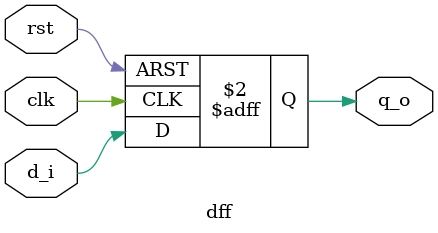
<source format=v>
`timescale 1ns / 1ps

/*******************************************************************
*
* Module: dff.v
* Project: RISC-V_CPU
* Author: Yahia Kilany
* Author: Ouail Slama
*
* Description: 
*   D-type flip-flop with asynchronous active-high reset,
*   triggered on the rising edge of the clock.
*
* Change history:
*   09/30/2025 – Initial lab version created
*   11/02/2025 – Adapted and cleaned for project use (Yahia)
*
*******************************************************************/
module dff (
    input  wire clk,   // Core clock
    input  wire rst,   // Asynchronous active-high reset
    input  wire d_i,   // Data input
    output reg  q_o    // Data output
);

    // Sequential logic block
    always @(posedge clk or posedge rst) begin
        if (rst) begin
            q_o <= 1'b0;
        end else begin
            q_o <= d_i;
        end
    end

endmodule

</source>
